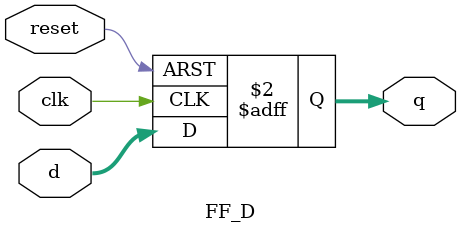
<source format=v>
`timescale 1ns / 1ps

module FF_D	(
    input wire clk, reset,
    input wire [31:0]d,
    output reg [31:0] q
);

always@(posedge clk, posedge reset) // always se ejecuta con un cambio positovo de clk o reset
    if (reset) // reset tiene prioridad por lo que se pregunta primero
        q<=32'b0; // reset
    else
        q<=d; // funcionamiento normal ffd
endmodule

</source>
